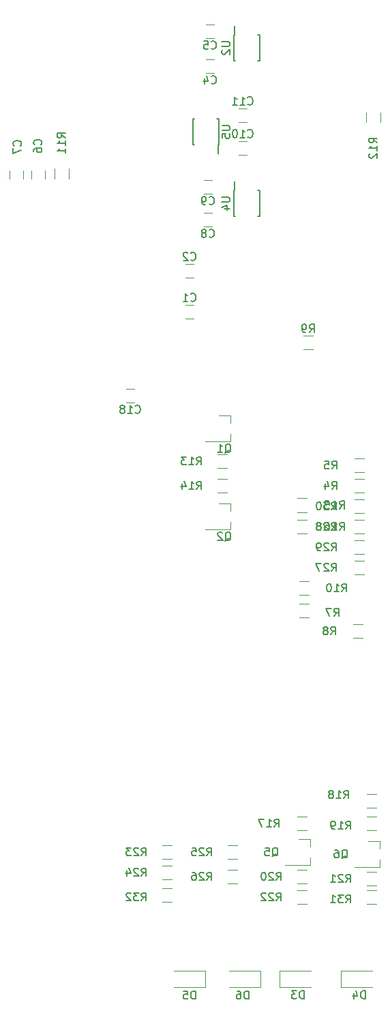
<source format=gbo>
G04 #@! TF.FileFunction,Legend,Bot*
%FSLAX46Y46*%
G04 Gerber Fmt 4.6, Leading zero omitted, Abs format (unit mm)*
G04 Created by KiCad (PCBNEW 4.0.7) date Wednesday, May 09, 2018 'PMt' 10:09:01 PM*
%MOMM*%
%LPD*%
G01*
G04 APERTURE LIST*
%ADD10C,0.100000*%
%ADD11C,0.120000*%
%ADD12C,0.150000*%
G04 APERTURE END LIST*
D10*
D11*
X107958000Y-75604000D02*
X108958000Y-75604000D01*
X108958000Y-77304000D02*
X107958000Y-77304000D01*
X107958000Y-70524000D02*
X108958000Y-70524000D01*
X108958000Y-72224000D02*
X107958000Y-72224000D01*
X111498000Y-46824000D02*
X110498000Y-46824000D01*
X110498000Y-45124000D02*
X111498000Y-45124000D01*
X111498000Y-42506000D02*
X110498000Y-42506000D01*
X110498000Y-40806000D02*
X111498000Y-40806000D01*
X90512000Y-58936000D02*
X90512000Y-59936000D01*
X88812000Y-59936000D02*
X88812000Y-58936000D01*
X87845000Y-58936000D02*
X87845000Y-59936000D01*
X86145000Y-59936000D02*
X86145000Y-58936000D01*
X111244000Y-65874000D02*
X110244000Y-65874000D01*
X110244000Y-64174000D02*
X111244000Y-64174000D01*
X111244000Y-61810000D02*
X110244000Y-61810000D01*
X110244000Y-60110000D02*
X111244000Y-60110000D01*
X114562000Y-55284000D02*
X115562000Y-55284000D01*
X115562000Y-56984000D02*
X114562000Y-56984000D01*
X114562000Y-51220000D02*
X115562000Y-51220000D01*
X115562000Y-52920000D02*
X114562000Y-52920000D01*
X119670000Y-160258000D02*
X119670000Y-158258000D01*
X119670000Y-158258000D02*
X123570000Y-158258000D01*
X119670000Y-160258000D02*
X123570000Y-160258000D01*
X127290000Y-160258000D02*
X127290000Y-158258000D01*
X127290000Y-158258000D02*
X131190000Y-158258000D01*
X127290000Y-160258000D02*
X131190000Y-160258000D01*
X110454000Y-158258000D02*
X110454000Y-160258000D01*
X110454000Y-160258000D02*
X106554000Y-160258000D01*
X110454000Y-158258000D02*
X106554000Y-158258000D01*
X117312000Y-158258000D02*
X117312000Y-160258000D01*
X117312000Y-160258000D02*
X113412000Y-160258000D01*
X117312000Y-158258000D02*
X113412000Y-158258000D01*
X113536000Y-89352000D02*
X113536000Y-90282000D01*
X113536000Y-92512000D02*
X113536000Y-91582000D01*
X113536000Y-92512000D02*
X110376000Y-92512000D01*
X113536000Y-89352000D02*
X112076000Y-89352000D01*
X113536000Y-100274000D02*
X113536000Y-101204000D01*
X113536000Y-103434000D02*
X113536000Y-102504000D01*
X113536000Y-103434000D02*
X110376000Y-103434000D01*
X113536000Y-100274000D02*
X112076000Y-100274000D01*
X123442000Y-141930000D02*
X123442000Y-142860000D01*
X123442000Y-145090000D02*
X123442000Y-144160000D01*
X123442000Y-145090000D02*
X120282000Y-145090000D01*
X123442000Y-141930000D02*
X121982000Y-141930000D01*
X132078000Y-142184000D02*
X132078000Y-143114000D01*
X132078000Y-145344000D02*
X132078000Y-144414000D01*
X132078000Y-145344000D02*
X128918000Y-145344000D01*
X132078000Y-142184000D02*
X130618000Y-142184000D01*
X130140000Y-97164000D02*
X128940000Y-97164000D01*
X128940000Y-98924000D02*
X130140000Y-98924000D01*
X130140000Y-94624000D02*
X128940000Y-94624000D01*
X128940000Y-96384000D02*
X130140000Y-96384000D01*
X122082000Y-114418000D02*
X123282000Y-114418000D01*
X123282000Y-112658000D02*
X122082000Y-112658000D01*
X130013000Y-115198000D02*
X128813000Y-115198000D01*
X128813000Y-116958000D02*
X130013000Y-116958000D01*
X122590000Y-81144000D02*
X123790000Y-81144000D01*
X123790000Y-79384000D02*
X122590000Y-79384000D01*
X122082000Y-111624000D02*
X123282000Y-111624000D01*
X123282000Y-109864000D02*
X122082000Y-109864000D01*
X93463000Y-59909000D02*
X93463000Y-58709000D01*
X91703000Y-58709000D02*
X91703000Y-59909000D01*
X130438000Y-51724000D02*
X130438000Y-52924000D01*
X132198000Y-52924000D02*
X132198000Y-51724000D01*
X113122000Y-94116000D02*
X111922000Y-94116000D01*
X111922000Y-95876000D02*
X113122000Y-95876000D01*
X111922000Y-98924000D02*
X113122000Y-98924000D01*
X113122000Y-97164000D02*
X111922000Y-97164000D01*
X121828000Y-101337000D02*
X123028000Y-101337000D01*
X123028000Y-99577000D02*
X121828000Y-99577000D01*
X121828000Y-104004000D02*
X123028000Y-104004000D01*
X123028000Y-102244000D02*
X121828000Y-102244000D01*
X123028000Y-139074000D02*
X121828000Y-139074000D01*
X121828000Y-140834000D02*
X123028000Y-140834000D01*
X131664000Y-136280000D02*
X130464000Y-136280000D01*
X130464000Y-138040000D02*
X131664000Y-138040000D01*
X131664000Y-139074000D02*
X130464000Y-139074000D01*
X130464000Y-140834000D02*
X131664000Y-140834000D01*
X121828000Y-147438000D02*
X123028000Y-147438000D01*
X123028000Y-145678000D02*
X121828000Y-145678000D01*
X131664000Y-145932000D02*
X130464000Y-145932000D01*
X130464000Y-147692000D02*
X131664000Y-147692000D01*
X121828000Y-149978000D02*
X123028000Y-149978000D01*
X123028000Y-148218000D02*
X121828000Y-148218000D01*
X106264000Y-142630000D02*
X105064000Y-142630000D01*
X105064000Y-144390000D02*
X106264000Y-144390000D01*
X106264000Y-145170000D02*
X105064000Y-145170000D01*
X105064000Y-146930000D02*
X106264000Y-146930000D01*
X114392000Y-142630000D02*
X113192000Y-142630000D01*
X113192000Y-144390000D02*
X114392000Y-144390000D01*
X114392000Y-145678000D02*
X113192000Y-145678000D01*
X113192000Y-147438000D02*
X114392000Y-147438000D01*
X130140000Y-107324000D02*
X128940000Y-107324000D01*
X128940000Y-109084000D02*
X130140000Y-109084000D01*
X130140000Y-102244000D02*
X128940000Y-102244000D01*
X128940000Y-104004000D02*
X130140000Y-104004000D01*
X130140000Y-104784000D02*
X128940000Y-104784000D01*
X128940000Y-106544000D02*
X130140000Y-106544000D01*
X130140000Y-99704000D02*
X128940000Y-99704000D01*
X128940000Y-101464000D02*
X130140000Y-101464000D01*
X130464000Y-149978000D02*
X131664000Y-149978000D01*
X131664000Y-148218000D02*
X130464000Y-148218000D01*
X106264000Y-147964000D02*
X105064000Y-147964000D01*
X105064000Y-149724000D02*
X106264000Y-149724000D01*
D12*
X113945000Y-42063000D02*
X114070000Y-42063000D01*
X113945000Y-45313000D02*
X114170000Y-45313000D01*
X117195000Y-45313000D02*
X116970000Y-45313000D01*
X117195000Y-42063000D02*
X116970000Y-42063000D01*
X113945000Y-42063000D02*
X113945000Y-45313000D01*
X117195000Y-42063000D02*
X117195000Y-45313000D01*
X114070000Y-42063000D02*
X114070000Y-40988000D01*
X113945000Y-61367000D02*
X114070000Y-61367000D01*
X113945000Y-64617000D02*
X114170000Y-64617000D01*
X117195000Y-64617000D02*
X116970000Y-64617000D01*
X117195000Y-61367000D02*
X116970000Y-61367000D01*
X113945000Y-61367000D02*
X113945000Y-64617000D01*
X117195000Y-61367000D02*
X117195000Y-64617000D01*
X114070000Y-61367000D02*
X114070000Y-60292000D01*
X112115000Y-55727000D02*
X111990000Y-55727000D01*
X112115000Y-52477000D02*
X111890000Y-52477000D01*
X108865000Y-52477000D02*
X109090000Y-52477000D01*
X108865000Y-55727000D02*
X109090000Y-55727000D01*
X112115000Y-55727000D02*
X112115000Y-52477000D01*
X108865000Y-55727000D02*
X108865000Y-52477000D01*
X111990000Y-55727000D02*
X111990000Y-56802000D01*
D11*
X101592000Y-87718000D02*
X100592000Y-87718000D01*
X100592000Y-86018000D02*
X101592000Y-86018000D01*
D12*
X108624666Y-75061143D02*
X108672285Y-75108762D01*
X108815142Y-75156381D01*
X108910380Y-75156381D01*
X109053238Y-75108762D01*
X109148476Y-75013524D01*
X109196095Y-74918286D01*
X109243714Y-74727810D01*
X109243714Y-74584952D01*
X109196095Y-74394476D01*
X109148476Y-74299238D01*
X109053238Y-74204000D01*
X108910380Y-74156381D01*
X108815142Y-74156381D01*
X108672285Y-74204000D01*
X108624666Y-74251619D01*
X107672285Y-75156381D02*
X108243714Y-75156381D01*
X107958000Y-75156381D02*
X107958000Y-74156381D01*
X108053238Y-74299238D01*
X108148476Y-74394476D01*
X108243714Y-74442095D01*
X108624666Y-69981143D02*
X108672285Y-70028762D01*
X108815142Y-70076381D01*
X108910380Y-70076381D01*
X109053238Y-70028762D01*
X109148476Y-69933524D01*
X109196095Y-69838286D01*
X109243714Y-69647810D01*
X109243714Y-69504952D01*
X109196095Y-69314476D01*
X109148476Y-69219238D01*
X109053238Y-69124000D01*
X108910380Y-69076381D01*
X108815142Y-69076381D01*
X108672285Y-69124000D01*
X108624666Y-69171619D01*
X108243714Y-69171619D02*
X108196095Y-69124000D01*
X108100857Y-69076381D01*
X107862761Y-69076381D01*
X107767523Y-69124000D01*
X107719904Y-69171619D01*
X107672285Y-69266857D01*
X107672285Y-69362095D01*
X107719904Y-69504952D01*
X108291333Y-70076381D01*
X107672285Y-70076381D01*
X111164666Y-48081143D02*
X111212285Y-48128762D01*
X111355142Y-48176381D01*
X111450380Y-48176381D01*
X111593238Y-48128762D01*
X111688476Y-48033524D01*
X111736095Y-47938286D01*
X111783714Y-47747810D01*
X111783714Y-47604952D01*
X111736095Y-47414476D01*
X111688476Y-47319238D01*
X111593238Y-47224000D01*
X111450380Y-47176381D01*
X111355142Y-47176381D01*
X111212285Y-47224000D01*
X111164666Y-47271619D01*
X110307523Y-47509714D02*
X110307523Y-48176381D01*
X110545619Y-47128762D02*
X110783714Y-47843048D01*
X110164666Y-47843048D01*
X111164666Y-43763143D02*
X111212285Y-43810762D01*
X111355142Y-43858381D01*
X111450380Y-43858381D01*
X111593238Y-43810762D01*
X111688476Y-43715524D01*
X111736095Y-43620286D01*
X111783714Y-43429810D01*
X111783714Y-43286952D01*
X111736095Y-43096476D01*
X111688476Y-43001238D01*
X111593238Y-42906000D01*
X111450380Y-42858381D01*
X111355142Y-42858381D01*
X111212285Y-42906000D01*
X111164666Y-42953619D01*
X110259904Y-42858381D02*
X110736095Y-42858381D01*
X110783714Y-43334571D01*
X110736095Y-43286952D01*
X110640857Y-43239333D01*
X110402761Y-43239333D01*
X110307523Y-43286952D01*
X110259904Y-43334571D01*
X110212285Y-43429810D01*
X110212285Y-43667905D01*
X110259904Y-43763143D01*
X110307523Y-43810762D01*
X110402761Y-43858381D01*
X110640857Y-43858381D01*
X110736095Y-43810762D01*
X110783714Y-43763143D01*
X90019143Y-55713334D02*
X90066762Y-55665715D01*
X90114381Y-55522858D01*
X90114381Y-55427620D01*
X90066762Y-55284762D01*
X89971524Y-55189524D01*
X89876286Y-55141905D01*
X89685810Y-55094286D01*
X89542952Y-55094286D01*
X89352476Y-55141905D01*
X89257238Y-55189524D01*
X89162000Y-55284762D01*
X89114381Y-55427620D01*
X89114381Y-55522858D01*
X89162000Y-55665715D01*
X89209619Y-55713334D01*
X89114381Y-56570477D02*
X89114381Y-56380000D01*
X89162000Y-56284762D01*
X89209619Y-56237143D01*
X89352476Y-56141905D01*
X89542952Y-56094286D01*
X89923905Y-56094286D01*
X90019143Y-56141905D01*
X90066762Y-56189524D01*
X90114381Y-56284762D01*
X90114381Y-56475239D01*
X90066762Y-56570477D01*
X90019143Y-56618096D01*
X89923905Y-56665715D01*
X89685810Y-56665715D01*
X89590571Y-56618096D01*
X89542952Y-56570477D01*
X89495333Y-56475239D01*
X89495333Y-56284762D01*
X89542952Y-56189524D01*
X89590571Y-56141905D01*
X89685810Y-56094286D01*
X87479143Y-55840334D02*
X87526762Y-55792715D01*
X87574381Y-55649858D01*
X87574381Y-55554620D01*
X87526762Y-55411762D01*
X87431524Y-55316524D01*
X87336286Y-55268905D01*
X87145810Y-55221286D01*
X87002952Y-55221286D01*
X86812476Y-55268905D01*
X86717238Y-55316524D01*
X86622000Y-55411762D01*
X86574381Y-55554620D01*
X86574381Y-55649858D01*
X86622000Y-55792715D01*
X86669619Y-55840334D01*
X86574381Y-56173667D02*
X86574381Y-56840334D01*
X87574381Y-56411762D01*
X110910666Y-67131143D02*
X110958285Y-67178762D01*
X111101142Y-67226381D01*
X111196380Y-67226381D01*
X111339238Y-67178762D01*
X111434476Y-67083524D01*
X111482095Y-66988286D01*
X111529714Y-66797810D01*
X111529714Y-66654952D01*
X111482095Y-66464476D01*
X111434476Y-66369238D01*
X111339238Y-66274000D01*
X111196380Y-66226381D01*
X111101142Y-66226381D01*
X110958285Y-66274000D01*
X110910666Y-66321619D01*
X110339238Y-66654952D02*
X110434476Y-66607333D01*
X110482095Y-66559714D01*
X110529714Y-66464476D01*
X110529714Y-66416857D01*
X110482095Y-66321619D01*
X110434476Y-66274000D01*
X110339238Y-66226381D01*
X110148761Y-66226381D01*
X110053523Y-66274000D01*
X110005904Y-66321619D01*
X109958285Y-66416857D01*
X109958285Y-66464476D01*
X110005904Y-66559714D01*
X110053523Y-66607333D01*
X110148761Y-66654952D01*
X110339238Y-66654952D01*
X110434476Y-66702571D01*
X110482095Y-66750190D01*
X110529714Y-66845429D01*
X110529714Y-67035905D01*
X110482095Y-67131143D01*
X110434476Y-67178762D01*
X110339238Y-67226381D01*
X110148761Y-67226381D01*
X110053523Y-67178762D01*
X110005904Y-67131143D01*
X109958285Y-67035905D01*
X109958285Y-66845429D01*
X110005904Y-66750190D01*
X110053523Y-66702571D01*
X110148761Y-66654952D01*
X110910666Y-63067143D02*
X110958285Y-63114762D01*
X111101142Y-63162381D01*
X111196380Y-63162381D01*
X111339238Y-63114762D01*
X111434476Y-63019524D01*
X111482095Y-62924286D01*
X111529714Y-62733810D01*
X111529714Y-62590952D01*
X111482095Y-62400476D01*
X111434476Y-62305238D01*
X111339238Y-62210000D01*
X111196380Y-62162381D01*
X111101142Y-62162381D01*
X110958285Y-62210000D01*
X110910666Y-62257619D01*
X110434476Y-63162381D02*
X110244000Y-63162381D01*
X110148761Y-63114762D01*
X110101142Y-63067143D01*
X110005904Y-62924286D01*
X109958285Y-62733810D01*
X109958285Y-62352857D01*
X110005904Y-62257619D01*
X110053523Y-62210000D01*
X110148761Y-62162381D01*
X110339238Y-62162381D01*
X110434476Y-62210000D01*
X110482095Y-62257619D01*
X110529714Y-62352857D01*
X110529714Y-62590952D01*
X110482095Y-62686190D01*
X110434476Y-62733810D01*
X110339238Y-62781429D01*
X110148761Y-62781429D01*
X110053523Y-62733810D01*
X110005904Y-62686190D01*
X109958285Y-62590952D01*
X115704857Y-54741143D02*
X115752476Y-54788762D01*
X115895333Y-54836381D01*
X115990571Y-54836381D01*
X116133429Y-54788762D01*
X116228667Y-54693524D01*
X116276286Y-54598286D01*
X116323905Y-54407810D01*
X116323905Y-54264952D01*
X116276286Y-54074476D01*
X116228667Y-53979238D01*
X116133429Y-53884000D01*
X115990571Y-53836381D01*
X115895333Y-53836381D01*
X115752476Y-53884000D01*
X115704857Y-53931619D01*
X114752476Y-54836381D02*
X115323905Y-54836381D01*
X115038191Y-54836381D02*
X115038191Y-53836381D01*
X115133429Y-53979238D01*
X115228667Y-54074476D01*
X115323905Y-54122095D01*
X114133429Y-53836381D02*
X114038190Y-53836381D01*
X113942952Y-53884000D01*
X113895333Y-53931619D01*
X113847714Y-54026857D01*
X113800095Y-54217333D01*
X113800095Y-54455429D01*
X113847714Y-54645905D01*
X113895333Y-54741143D01*
X113942952Y-54788762D01*
X114038190Y-54836381D01*
X114133429Y-54836381D01*
X114228667Y-54788762D01*
X114276286Y-54741143D01*
X114323905Y-54645905D01*
X114371524Y-54455429D01*
X114371524Y-54217333D01*
X114323905Y-54026857D01*
X114276286Y-53931619D01*
X114228667Y-53884000D01*
X114133429Y-53836381D01*
X115704857Y-50677143D02*
X115752476Y-50724762D01*
X115895333Y-50772381D01*
X115990571Y-50772381D01*
X116133429Y-50724762D01*
X116228667Y-50629524D01*
X116276286Y-50534286D01*
X116323905Y-50343810D01*
X116323905Y-50200952D01*
X116276286Y-50010476D01*
X116228667Y-49915238D01*
X116133429Y-49820000D01*
X115990571Y-49772381D01*
X115895333Y-49772381D01*
X115752476Y-49820000D01*
X115704857Y-49867619D01*
X114752476Y-50772381D02*
X115323905Y-50772381D01*
X115038191Y-50772381D02*
X115038191Y-49772381D01*
X115133429Y-49915238D01*
X115228667Y-50010476D01*
X115323905Y-50058095D01*
X113800095Y-50772381D02*
X114371524Y-50772381D01*
X114085810Y-50772381D02*
X114085810Y-49772381D01*
X114181048Y-49915238D01*
X114276286Y-50010476D01*
X114371524Y-50058095D01*
X122658095Y-161710381D02*
X122658095Y-160710381D01*
X122420000Y-160710381D01*
X122277142Y-160758000D01*
X122181904Y-160853238D01*
X122134285Y-160948476D01*
X122086666Y-161138952D01*
X122086666Y-161281810D01*
X122134285Y-161472286D01*
X122181904Y-161567524D01*
X122277142Y-161662762D01*
X122420000Y-161710381D01*
X122658095Y-161710381D01*
X121753333Y-160710381D02*
X121134285Y-160710381D01*
X121467619Y-161091333D01*
X121324761Y-161091333D01*
X121229523Y-161138952D01*
X121181904Y-161186571D01*
X121134285Y-161281810D01*
X121134285Y-161519905D01*
X121181904Y-161615143D01*
X121229523Y-161662762D01*
X121324761Y-161710381D01*
X121610476Y-161710381D01*
X121705714Y-161662762D01*
X121753333Y-161615143D01*
X130278095Y-161710381D02*
X130278095Y-160710381D01*
X130040000Y-160710381D01*
X129897142Y-160758000D01*
X129801904Y-160853238D01*
X129754285Y-160948476D01*
X129706666Y-161138952D01*
X129706666Y-161281810D01*
X129754285Y-161472286D01*
X129801904Y-161567524D01*
X129897142Y-161662762D01*
X130040000Y-161710381D01*
X130278095Y-161710381D01*
X128849523Y-161043714D02*
X128849523Y-161710381D01*
X129087619Y-160662762D02*
X129325714Y-161377048D01*
X128706666Y-161377048D01*
X109196095Y-161742381D02*
X109196095Y-160742381D01*
X108958000Y-160742381D01*
X108815142Y-160790000D01*
X108719904Y-160885238D01*
X108672285Y-160980476D01*
X108624666Y-161170952D01*
X108624666Y-161313810D01*
X108672285Y-161504286D01*
X108719904Y-161599524D01*
X108815142Y-161694762D01*
X108958000Y-161742381D01*
X109196095Y-161742381D01*
X107719904Y-160742381D02*
X108196095Y-160742381D01*
X108243714Y-161218571D01*
X108196095Y-161170952D01*
X108100857Y-161123333D01*
X107862761Y-161123333D01*
X107767523Y-161170952D01*
X107719904Y-161218571D01*
X107672285Y-161313810D01*
X107672285Y-161551905D01*
X107719904Y-161647143D01*
X107767523Y-161694762D01*
X107862761Y-161742381D01*
X108100857Y-161742381D01*
X108196095Y-161694762D01*
X108243714Y-161647143D01*
X115800095Y-161742381D02*
X115800095Y-160742381D01*
X115562000Y-160742381D01*
X115419142Y-160790000D01*
X115323904Y-160885238D01*
X115276285Y-160980476D01*
X115228666Y-161170952D01*
X115228666Y-161313810D01*
X115276285Y-161504286D01*
X115323904Y-161599524D01*
X115419142Y-161694762D01*
X115562000Y-161742381D01*
X115800095Y-161742381D01*
X114371523Y-160742381D02*
X114562000Y-160742381D01*
X114657238Y-160790000D01*
X114704857Y-160837619D01*
X114800095Y-160980476D01*
X114847714Y-161170952D01*
X114847714Y-161551905D01*
X114800095Y-161647143D01*
X114752476Y-161694762D01*
X114657238Y-161742381D01*
X114466761Y-161742381D01*
X114371523Y-161694762D01*
X114323904Y-161647143D01*
X114276285Y-161551905D01*
X114276285Y-161313810D01*
X114323904Y-161218571D01*
X114371523Y-161170952D01*
X114466761Y-161123333D01*
X114657238Y-161123333D01*
X114752476Y-161170952D01*
X114800095Y-161218571D01*
X114847714Y-161313810D01*
X112871238Y-93979619D02*
X112966476Y-93932000D01*
X113061714Y-93836762D01*
X113204571Y-93693905D01*
X113299810Y-93646286D01*
X113395048Y-93646286D01*
X113347429Y-93884381D02*
X113442667Y-93836762D01*
X113537905Y-93741524D01*
X113585524Y-93551048D01*
X113585524Y-93217714D01*
X113537905Y-93027238D01*
X113442667Y-92932000D01*
X113347429Y-92884381D01*
X113156952Y-92884381D01*
X113061714Y-92932000D01*
X112966476Y-93027238D01*
X112918857Y-93217714D01*
X112918857Y-93551048D01*
X112966476Y-93741524D01*
X113061714Y-93836762D01*
X113156952Y-93884381D01*
X113347429Y-93884381D01*
X111966476Y-93884381D02*
X112537905Y-93884381D01*
X112252191Y-93884381D02*
X112252191Y-92884381D01*
X112347429Y-93027238D01*
X112442667Y-93122476D01*
X112537905Y-93170095D01*
X112871238Y-104901619D02*
X112966476Y-104854000D01*
X113061714Y-104758762D01*
X113204571Y-104615905D01*
X113299810Y-104568286D01*
X113395048Y-104568286D01*
X113347429Y-104806381D02*
X113442667Y-104758762D01*
X113537905Y-104663524D01*
X113585524Y-104473048D01*
X113585524Y-104139714D01*
X113537905Y-103949238D01*
X113442667Y-103854000D01*
X113347429Y-103806381D01*
X113156952Y-103806381D01*
X113061714Y-103854000D01*
X112966476Y-103949238D01*
X112918857Y-104139714D01*
X112918857Y-104473048D01*
X112966476Y-104663524D01*
X113061714Y-104758762D01*
X113156952Y-104806381D01*
X113347429Y-104806381D01*
X112537905Y-103901619D02*
X112490286Y-103854000D01*
X112395048Y-103806381D01*
X112156952Y-103806381D01*
X112061714Y-103854000D01*
X112014095Y-103901619D01*
X111966476Y-103996857D01*
X111966476Y-104092095D01*
X112014095Y-104234952D01*
X112585524Y-104806381D01*
X111966476Y-104806381D01*
X118713238Y-144057619D02*
X118808476Y-144010000D01*
X118903714Y-143914762D01*
X119046571Y-143771905D01*
X119141810Y-143724286D01*
X119237048Y-143724286D01*
X119189429Y-143962381D02*
X119284667Y-143914762D01*
X119379905Y-143819524D01*
X119427524Y-143629048D01*
X119427524Y-143295714D01*
X119379905Y-143105238D01*
X119284667Y-143010000D01*
X119189429Y-142962381D01*
X118998952Y-142962381D01*
X118903714Y-143010000D01*
X118808476Y-143105238D01*
X118760857Y-143295714D01*
X118760857Y-143629048D01*
X118808476Y-143819524D01*
X118903714Y-143914762D01*
X118998952Y-143962381D01*
X119189429Y-143962381D01*
X117856095Y-142962381D02*
X118332286Y-142962381D01*
X118379905Y-143438571D01*
X118332286Y-143390952D01*
X118237048Y-143343333D01*
X117998952Y-143343333D01*
X117903714Y-143390952D01*
X117856095Y-143438571D01*
X117808476Y-143533810D01*
X117808476Y-143771905D01*
X117856095Y-143867143D01*
X117903714Y-143914762D01*
X117998952Y-143962381D01*
X118237048Y-143962381D01*
X118332286Y-143914762D01*
X118379905Y-143867143D01*
X127349238Y-144311619D02*
X127444476Y-144264000D01*
X127539714Y-144168762D01*
X127682571Y-144025905D01*
X127777810Y-143978286D01*
X127873048Y-143978286D01*
X127825429Y-144216381D02*
X127920667Y-144168762D01*
X128015905Y-144073524D01*
X128063524Y-143883048D01*
X128063524Y-143549714D01*
X128015905Y-143359238D01*
X127920667Y-143264000D01*
X127825429Y-143216381D01*
X127634952Y-143216381D01*
X127539714Y-143264000D01*
X127444476Y-143359238D01*
X127396857Y-143549714D01*
X127396857Y-143883048D01*
X127444476Y-144073524D01*
X127539714Y-144168762D01*
X127634952Y-144216381D01*
X127825429Y-144216381D01*
X126539714Y-143216381D02*
X126730191Y-143216381D01*
X126825429Y-143264000D01*
X126873048Y-143311619D01*
X126968286Y-143454476D01*
X127015905Y-143644952D01*
X127015905Y-144025905D01*
X126968286Y-144121143D01*
X126920667Y-144168762D01*
X126825429Y-144216381D01*
X126634952Y-144216381D01*
X126539714Y-144168762D01*
X126492095Y-144121143D01*
X126444476Y-144025905D01*
X126444476Y-143787810D01*
X126492095Y-143692571D01*
X126539714Y-143644952D01*
X126634952Y-143597333D01*
X126825429Y-143597333D01*
X126920667Y-143644952D01*
X126968286Y-143692571D01*
X127015905Y-143787810D01*
X126150666Y-98496381D02*
X126484000Y-98020190D01*
X126722095Y-98496381D02*
X126722095Y-97496381D01*
X126341142Y-97496381D01*
X126245904Y-97544000D01*
X126198285Y-97591619D01*
X126150666Y-97686857D01*
X126150666Y-97829714D01*
X126198285Y-97924952D01*
X126245904Y-97972571D01*
X126341142Y-98020190D01*
X126722095Y-98020190D01*
X125293523Y-97829714D02*
X125293523Y-98496381D01*
X125531619Y-97448762D02*
X125769714Y-98163048D01*
X125150666Y-98163048D01*
X126150666Y-95956381D02*
X126484000Y-95480190D01*
X126722095Y-95956381D02*
X126722095Y-94956381D01*
X126341142Y-94956381D01*
X126245904Y-95004000D01*
X126198285Y-95051619D01*
X126150666Y-95146857D01*
X126150666Y-95289714D01*
X126198285Y-95384952D01*
X126245904Y-95432571D01*
X126341142Y-95480190D01*
X126722095Y-95480190D01*
X125245904Y-94956381D02*
X125722095Y-94956381D01*
X125769714Y-95432571D01*
X125722095Y-95384952D01*
X125626857Y-95337333D01*
X125388761Y-95337333D01*
X125293523Y-95384952D01*
X125245904Y-95432571D01*
X125198285Y-95527810D01*
X125198285Y-95765905D01*
X125245904Y-95861143D01*
X125293523Y-95908762D01*
X125388761Y-95956381D01*
X125626857Y-95956381D01*
X125722095Y-95908762D01*
X125769714Y-95861143D01*
X126404666Y-114244381D02*
X126738000Y-113768190D01*
X126976095Y-114244381D02*
X126976095Y-113244381D01*
X126595142Y-113244381D01*
X126499904Y-113292000D01*
X126452285Y-113339619D01*
X126404666Y-113434857D01*
X126404666Y-113577714D01*
X126452285Y-113672952D01*
X126499904Y-113720571D01*
X126595142Y-113768190D01*
X126976095Y-113768190D01*
X126071333Y-113244381D02*
X125404666Y-113244381D01*
X125833238Y-114244381D01*
X126023666Y-116530381D02*
X126357000Y-116054190D01*
X126595095Y-116530381D02*
X126595095Y-115530381D01*
X126214142Y-115530381D01*
X126118904Y-115578000D01*
X126071285Y-115625619D01*
X126023666Y-115720857D01*
X126023666Y-115863714D01*
X126071285Y-115958952D01*
X126118904Y-116006571D01*
X126214142Y-116054190D01*
X126595095Y-116054190D01*
X125452238Y-115958952D02*
X125547476Y-115911333D01*
X125595095Y-115863714D01*
X125642714Y-115768476D01*
X125642714Y-115720857D01*
X125595095Y-115625619D01*
X125547476Y-115578000D01*
X125452238Y-115530381D01*
X125261761Y-115530381D01*
X125166523Y-115578000D01*
X125118904Y-115625619D01*
X125071285Y-115720857D01*
X125071285Y-115768476D01*
X125118904Y-115863714D01*
X125166523Y-115911333D01*
X125261761Y-115958952D01*
X125452238Y-115958952D01*
X125547476Y-116006571D01*
X125595095Y-116054190D01*
X125642714Y-116149429D01*
X125642714Y-116339905D01*
X125595095Y-116435143D01*
X125547476Y-116482762D01*
X125452238Y-116530381D01*
X125261761Y-116530381D01*
X125166523Y-116482762D01*
X125118904Y-116435143D01*
X125071285Y-116339905D01*
X125071285Y-116149429D01*
X125118904Y-116054190D01*
X125166523Y-116006571D01*
X125261761Y-115958952D01*
X123356666Y-79016381D02*
X123690000Y-78540190D01*
X123928095Y-79016381D02*
X123928095Y-78016381D01*
X123547142Y-78016381D01*
X123451904Y-78064000D01*
X123404285Y-78111619D01*
X123356666Y-78206857D01*
X123356666Y-78349714D01*
X123404285Y-78444952D01*
X123451904Y-78492571D01*
X123547142Y-78540190D01*
X123928095Y-78540190D01*
X122880476Y-79016381D02*
X122690000Y-79016381D01*
X122594761Y-78968762D01*
X122547142Y-78921143D01*
X122451904Y-78778286D01*
X122404285Y-78587810D01*
X122404285Y-78206857D01*
X122451904Y-78111619D01*
X122499523Y-78064000D01*
X122594761Y-78016381D01*
X122785238Y-78016381D01*
X122880476Y-78064000D01*
X122928095Y-78111619D01*
X122975714Y-78206857D01*
X122975714Y-78444952D01*
X122928095Y-78540190D01*
X122880476Y-78587810D01*
X122785238Y-78635429D01*
X122594761Y-78635429D01*
X122499523Y-78587810D01*
X122451904Y-78540190D01*
X122404285Y-78444952D01*
X127388857Y-111196381D02*
X127722191Y-110720190D01*
X127960286Y-111196381D02*
X127960286Y-110196381D01*
X127579333Y-110196381D01*
X127484095Y-110244000D01*
X127436476Y-110291619D01*
X127388857Y-110386857D01*
X127388857Y-110529714D01*
X127436476Y-110624952D01*
X127484095Y-110672571D01*
X127579333Y-110720190D01*
X127960286Y-110720190D01*
X126436476Y-111196381D02*
X127007905Y-111196381D01*
X126722191Y-111196381D02*
X126722191Y-110196381D01*
X126817429Y-110339238D01*
X126912667Y-110434476D01*
X127007905Y-110482095D01*
X125817429Y-110196381D02*
X125722190Y-110196381D01*
X125626952Y-110244000D01*
X125579333Y-110291619D01*
X125531714Y-110386857D01*
X125484095Y-110577333D01*
X125484095Y-110815429D01*
X125531714Y-111005905D01*
X125579333Y-111101143D01*
X125626952Y-111148762D01*
X125722190Y-111196381D01*
X125817429Y-111196381D01*
X125912667Y-111148762D01*
X125960286Y-111101143D01*
X126007905Y-111005905D01*
X126055524Y-110815429D01*
X126055524Y-110577333D01*
X126007905Y-110386857D01*
X125960286Y-110291619D01*
X125912667Y-110244000D01*
X125817429Y-110196381D01*
X93035381Y-54856143D02*
X92559190Y-54522809D01*
X93035381Y-54284714D02*
X92035381Y-54284714D01*
X92035381Y-54665667D01*
X92083000Y-54760905D01*
X92130619Y-54808524D01*
X92225857Y-54856143D01*
X92368714Y-54856143D01*
X92463952Y-54808524D01*
X92511571Y-54760905D01*
X92559190Y-54665667D01*
X92559190Y-54284714D01*
X93035381Y-55808524D02*
X93035381Y-55237095D01*
X93035381Y-55522809D02*
X92035381Y-55522809D01*
X92178238Y-55427571D01*
X92273476Y-55332333D01*
X92321095Y-55237095D01*
X93035381Y-56760905D02*
X93035381Y-56189476D01*
X93035381Y-56475190D02*
X92035381Y-56475190D01*
X92178238Y-56379952D01*
X92273476Y-56284714D01*
X92321095Y-56189476D01*
X131770381Y-55491143D02*
X131294190Y-55157809D01*
X131770381Y-54919714D02*
X130770381Y-54919714D01*
X130770381Y-55300667D01*
X130818000Y-55395905D01*
X130865619Y-55443524D01*
X130960857Y-55491143D01*
X131103714Y-55491143D01*
X131198952Y-55443524D01*
X131246571Y-55395905D01*
X131294190Y-55300667D01*
X131294190Y-54919714D01*
X131770381Y-56443524D02*
X131770381Y-55872095D01*
X131770381Y-56157809D02*
X130770381Y-56157809D01*
X130913238Y-56062571D01*
X131008476Y-55967333D01*
X131056095Y-55872095D01*
X130865619Y-56824476D02*
X130818000Y-56872095D01*
X130770381Y-56967333D01*
X130770381Y-57205429D01*
X130818000Y-57300667D01*
X130865619Y-57348286D01*
X130960857Y-57395905D01*
X131056095Y-57395905D01*
X131198952Y-57348286D01*
X131770381Y-56776857D01*
X131770381Y-57395905D01*
X109354857Y-95448381D02*
X109688191Y-94972190D01*
X109926286Y-95448381D02*
X109926286Y-94448381D01*
X109545333Y-94448381D01*
X109450095Y-94496000D01*
X109402476Y-94543619D01*
X109354857Y-94638857D01*
X109354857Y-94781714D01*
X109402476Y-94876952D01*
X109450095Y-94924571D01*
X109545333Y-94972190D01*
X109926286Y-94972190D01*
X108402476Y-95448381D02*
X108973905Y-95448381D01*
X108688191Y-95448381D02*
X108688191Y-94448381D01*
X108783429Y-94591238D01*
X108878667Y-94686476D01*
X108973905Y-94734095D01*
X108069143Y-94448381D02*
X107450095Y-94448381D01*
X107783429Y-94829333D01*
X107640571Y-94829333D01*
X107545333Y-94876952D01*
X107497714Y-94924571D01*
X107450095Y-95019810D01*
X107450095Y-95257905D01*
X107497714Y-95353143D01*
X107545333Y-95400762D01*
X107640571Y-95448381D01*
X107926286Y-95448381D01*
X108021524Y-95400762D01*
X108069143Y-95353143D01*
X109354857Y-98496381D02*
X109688191Y-98020190D01*
X109926286Y-98496381D02*
X109926286Y-97496381D01*
X109545333Y-97496381D01*
X109450095Y-97544000D01*
X109402476Y-97591619D01*
X109354857Y-97686857D01*
X109354857Y-97829714D01*
X109402476Y-97924952D01*
X109450095Y-97972571D01*
X109545333Y-98020190D01*
X109926286Y-98020190D01*
X108402476Y-98496381D02*
X108973905Y-98496381D01*
X108688191Y-98496381D02*
X108688191Y-97496381D01*
X108783429Y-97639238D01*
X108878667Y-97734476D01*
X108973905Y-97782095D01*
X107545333Y-97829714D02*
X107545333Y-98496381D01*
X107783429Y-97448762D02*
X108021524Y-98163048D01*
X107402476Y-98163048D01*
X127134857Y-100909381D02*
X127468191Y-100433190D01*
X127706286Y-100909381D02*
X127706286Y-99909381D01*
X127325333Y-99909381D01*
X127230095Y-99957000D01*
X127182476Y-100004619D01*
X127134857Y-100099857D01*
X127134857Y-100242714D01*
X127182476Y-100337952D01*
X127230095Y-100385571D01*
X127325333Y-100433190D01*
X127706286Y-100433190D01*
X126182476Y-100909381D02*
X126753905Y-100909381D01*
X126468191Y-100909381D02*
X126468191Y-99909381D01*
X126563429Y-100052238D01*
X126658667Y-100147476D01*
X126753905Y-100195095D01*
X125277714Y-99909381D02*
X125753905Y-99909381D01*
X125801524Y-100385571D01*
X125753905Y-100337952D01*
X125658667Y-100290333D01*
X125420571Y-100290333D01*
X125325333Y-100337952D01*
X125277714Y-100385571D01*
X125230095Y-100480810D01*
X125230095Y-100718905D01*
X125277714Y-100814143D01*
X125325333Y-100861762D01*
X125420571Y-100909381D01*
X125658667Y-100909381D01*
X125753905Y-100861762D01*
X125801524Y-100814143D01*
X127134857Y-103576381D02*
X127468191Y-103100190D01*
X127706286Y-103576381D02*
X127706286Y-102576381D01*
X127325333Y-102576381D01*
X127230095Y-102624000D01*
X127182476Y-102671619D01*
X127134857Y-102766857D01*
X127134857Y-102909714D01*
X127182476Y-103004952D01*
X127230095Y-103052571D01*
X127325333Y-103100190D01*
X127706286Y-103100190D01*
X126182476Y-103576381D02*
X126753905Y-103576381D01*
X126468191Y-103576381D02*
X126468191Y-102576381D01*
X126563429Y-102719238D01*
X126658667Y-102814476D01*
X126753905Y-102862095D01*
X125325333Y-102576381D02*
X125515810Y-102576381D01*
X125611048Y-102624000D01*
X125658667Y-102671619D01*
X125753905Y-102814476D01*
X125801524Y-103004952D01*
X125801524Y-103385905D01*
X125753905Y-103481143D01*
X125706286Y-103528762D01*
X125611048Y-103576381D01*
X125420571Y-103576381D01*
X125325333Y-103528762D01*
X125277714Y-103481143D01*
X125230095Y-103385905D01*
X125230095Y-103147810D01*
X125277714Y-103052571D01*
X125325333Y-103004952D01*
X125420571Y-102957333D01*
X125611048Y-102957333D01*
X125706286Y-103004952D01*
X125753905Y-103052571D01*
X125801524Y-103147810D01*
X119006857Y-140406381D02*
X119340191Y-139930190D01*
X119578286Y-140406381D02*
X119578286Y-139406381D01*
X119197333Y-139406381D01*
X119102095Y-139454000D01*
X119054476Y-139501619D01*
X119006857Y-139596857D01*
X119006857Y-139739714D01*
X119054476Y-139834952D01*
X119102095Y-139882571D01*
X119197333Y-139930190D01*
X119578286Y-139930190D01*
X118054476Y-140406381D02*
X118625905Y-140406381D01*
X118340191Y-140406381D02*
X118340191Y-139406381D01*
X118435429Y-139549238D01*
X118530667Y-139644476D01*
X118625905Y-139692095D01*
X117721143Y-139406381D02*
X117054476Y-139406381D01*
X117483048Y-140406381D01*
X127642857Y-136850381D02*
X127976191Y-136374190D01*
X128214286Y-136850381D02*
X128214286Y-135850381D01*
X127833333Y-135850381D01*
X127738095Y-135898000D01*
X127690476Y-135945619D01*
X127642857Y-136040857D01*
X127642857Y-136183714D01*
X127690476Y-136278952D01*
X127738095Y-136326571D01*
X127833333Y-136374190D01*
X128214286Y-136374190D01*
X126690476Y-136850381D02*
X127261905Y-136850381D01*
X126976191Y-136850381D02*
X126976191Y-135850381D01*
X127071429Y-135993238D01*
X127166667Y-136088476D01*
X127261905Y-136136095D01*
X126119048Y-136278952D02*
X126214286Y-136231333D01*
X126261905Y-136183714D01*
X126309524Y-136088476D01*
X126309524Y-136040857D01*
X126261905Y-135945619D01*
X126214286Y-135898000D01*
X126119048Y-135850381D01*
X125928571Y-135850381D01*
X125833333Y-135898000D01*
X125785714Y-135945619D01*
X125738095Y-136040857D01*
X125738095Y-136088476D01*
X125785714Y-136183714D01*
X125833333Y-136231333D01*
X125928571Y-136278952D01*
X126119048Y-136278952D01*
X126214286Y-136326571D01*
X126261905Y-136374190D01*
X126309524Y-136469429D01*
X126309524Y-136659905D01*
X126261905Y-136755143D01*
X126214286Y-136802762D01*
X126119048Y-136850381D01*
X125928571Y-136850381D01*
X125833333Y-136802762D01*
X125785714Y-136755143D01*
X125738095Y-136659905D01*
X125738095Y-136469429D01*
X125785714Y-136374190D01*
X125833333Y-136326571D01*
X125928571Y-136278952D01*
X127896857Y-140660381D02*
X128230191Y-140184190D01*
X128468286Y-140660381D02*
X128468286Y-139660381D01*
X128087333Y-139660381D01*
X127992095Y-139708000D01*
X127944476Y-139755619D01*
X127896857Y-139850857D01*
X127896857Y-139993714D01*
X127944476Y-140088952D01*
X127992095Y-140136571D01*
X128087333Y-140184190D01*
X128468286Y-140184190D01*
X126944476Y-140660381D02*
X127515905Y-140660381D01*
X127230191Y-140660381D02*
X127230191Y-139660381D01*
X127325429Y-139803238D01*
X127420667Y-139898476D01*
X127515905Y-139946095D01*
X126468286Y-140660381D02*
X126277810Y-140660381D01*
X126182571Y-140612762D01*
X126134952Y-140565143D01*
X126039714Y-140422286D01*
X125992095Y-140231810D01*
X125992095Y-139850857D01*
X126039714Y-139755619D01*
X126087333Y-139708000D01*
X126182571Y-139660381D01*
X126373048Y-139660381D01*
X126468286Y-139708000D01*
X126515905Y-139755619D01*
X126563524Y-139850857D01*
X126563524Y-140088952D01*
X126515905Y-140184190D01*
X126468286Y-140231810D01*
X126373048Y-140279429D01*
X126182571Y-140279429D01*
X126087333Y-140231810D01*
X126039714Y-140184190D01*
X125992095Y-140088952D01*
X119260857Y-147010381D02*
X119594191Y-146534190D01*
X119832286Y-147010381D02*
X119832286Y-146010381D01*
X119451333Y-146010381D01*
X119356095Y-146058000D01*
X119308476Y-146105619D01*
X119260857Y-146200857D01*
X119260857Y-146343714D01*
X119308476Y-146438952D01*
X119356095Y-146486571D01*
X119451333Y-146534190D01*
X119832286Y-146534190D01*
X118879905Y-146105619D02*
X118832286Y-146058000D01*
X118737048Y-146010381D01*
X118498952Y-146010381D01*
X118403714Y-146058000D01*
X118356095Y-146105619D01*
X118308476Y-146200857D01*
X118308476Y-146296095D01*
X118356095Y-146438952D01*
X118927524Y-147010381D01*
X118308476Y-147010381D01*
X117689429Y-146010381D02*
X117594190Y-146010381D01*
X117498952Y-146058000D01*
X117451333Y-146105619D01*
X117403714Y-146200857D01*
X117356095Y-146391333D01*
X117356095Y-146629429D01*
X117403714Y-146819905D01*
X117451333Y-146915143D01*
X117498952Y-146962762D01*
X117594190Y-147010381D01*
X117689429Y-147010381D01*
X117784667Y-146962762D01*
X117832286Y-146915143D01*
X117879905Y-146819905D01*
X117927524Y-146629429D01*
X117927524Y-146391333D01*
X117879905Y-146200857D01*
X117832286Y-146105619D01*
X117784667Y-146058000D01*
X117689429Y-146010381D01*
X127896857Y-147264381D02*
X128230191Y-146788190D01*
X128468286Y-147264381D02*
X128468286Y-146264381D01*
X128087333Y-146264381D01*
X127992095Y-146312000D01*
X127944476Y-146359619D01*
X127896857Y-146454857D01*
X127896857Y-146597714D01*
X127944476Y-146692952D01*
X127992095Y-146740571D01*
X128087333Y-146788190D01*
X128468286Y-146788190D01*
X127515905Y-146359619D02*
X127468286Y-146312000D01*
X127373048Y-146264381D01*
X127134952Y-146264381D01*
X127039714Y-146312000D01*
X126992095Y-146359619D01*
X126944476Y-146454857D01*
X126944476Y-146550095D01*
X126992095Y-146692952D01*
X127563524Y-147264381D01*
X126944476Y-147264381D01*
X125992095Y-147264381D02*
X126563524Y-147264381D01*
X126277810Y-147264381D02*
X126277810Y-146264381D01*
X126373048Y-146407238D01*
X126468286Y-146502476D01*
X126563524Y-146550095D01*
X119260857Y-149550381D02*
X119594191Y-149074190D01*
X119832286Y-149550381D02*
X119832286Y-148550381D01*
X119451333Y-148550381D01*
X119356095Y-148598000D01*
X119308476Y-148645619D01*
X119260857Y-148740857D01*
X119260857Y-148883714D01*
X119308476Y-148978952D01*
X119356095Y-149026571D01*
X119451333Y-149074190D01*
X119832286Y-149074190D01*
X118879905Y-148645619D02*
X118832286Y-148598000D01*
X118737048Y-148550381D01*
X118498952Y-148550381D01*
X118403714Y-148598000D01*
X118356095Y-148645619D01*
X118308476Y-148740857D01*
X118308476Y-148836095D01*
X118356095Y-148978952D01*
X118927524Y-149550381D01*
X118308476Y-149550381D01*
X117927524Y-148645619D02*
X117879905Y-148598000D01*
X117784667Y-148550381D01*
X117546571Y-148550381D01*
X117451333Y-148598000D01*
X117403714Y-148645619D01*
X117356095Y-148740857D01*
X117356095Y-148836095D01*
X117403714Y-148978952D01*
X117975143Y-149550381D01*
X117356095Y-149550381D01*
X102496857Y-143962381D02*
X102830191Y-143486190D01*
X103068286Y-143962381D02*
X103068286Y-142962381D01*
X102687333Y-142962381D01*
X102592095Y-143010000D01*
X102544476Y-143057619D01*
X102496857Y-143152857D01*
X102496857Y-143295714D01*
X102544476Y-143390952D01*
X102592095Y-143438571D01*
X102687333Y-143486190D01*
X103068286Y-143486190D01*
X102115905Y-143057619D02*
X102068286Y-143010000D01*
X101973048Y-142962381D01*
X101734952Y-142962381D01*
X101639714Y-143010000D01*
X101592095Y-143057619D01*
X101544476Y-143152857D01*
X101544476Y-143248095D01*
X101592095Y-143390952D01*
X102163524Y-143962381D01*
X101544476Y-143962381D01*
X101211143Y-142962381D02*
X100592095Y-142962381D01*
X100925429Y-143343333D01*
X100782571Y-143343333D01*
X100687333Y-143390952D01*
X100639714Y-143438571D01*
X100592095Y-143533810D01*
X100592095Y-143771905D01*
X100639714Y-143867143D01*
X100687333Y-143914762D01*
X100782571Y-143962381D01*
X101068286Y-143962381D01*
X101163524Y-143914762D01*
X101211143Y-143867143D01*
X102496857Y-146502381D02*
X102830191Y-146026190D01*
X103068286Y-146502381D02*
X103068286Y-145502381D01*
X102687333Y-145502381D01*
X102592095Y-145550000D01*
X102544476Y-145597619D01*
X102496857Y-145692857D01*
X102496857Y-145835714D01*
X102544476Y-145930952D01*
X102592095Y-145978571D01*
X102687333Y-146026190D01*
X103068286Y-146026190D01*
X102115905Y-145597619D02*
X102068286Y-145550000D01*
X101973048Y-145502381D01*
X101734952Y-145502381D01*
X101639714Y-145550000D01*
X101592095Y-145597619D01*
X101544476Y-145692857D01*
X101544476Y-145788095D01*
X101592095Y-145930952D01*
X102163524Y-146502381D01*
X101544476Y-146502381D01*
X100687333Y-145835714D02*
X100687333Y-146502381D01*
X100925429Y-145454762D02*
X101163524Y-146169048D01*
X100544476Y-146169048D01*
X110624857Y-143962381D02*
X110958191Y-143486190D01*
X111196286Y-143962381D02*
X111196286Y-142962381D01*
X110815333Y-142962381D01*
X110720095Y-143010000D01*
X110672476Y-143057619D01*
X110624857Y-143152857D01*
X110624857Y-143295714D01*
X110672476Y-143390952D01*
X110720095Y-143438571D01*
X110815333Y-143486190D01*
X111196286Y-143486190D01*
X110243905Y-143057619D02*
X110196286Y-143010000D01*
X110101048Y-142962381D01*
X109862952Y-142962381D01*
X109767714Y-143010000D01*
X109720095Y-143057619D01*
X109672476Y-143152857D01*
X109672476Y-143248095D01*
X109720095Y-143390952D01*
X110291524Y-143962381D01*
X109672476Y-143962381D01*
X108767714Y-142962381D02*
X109243905Y-142962381D01*
X109291524Y-143438571D01*
X109243905Y-143390952D01*
X109148667Y-143343333D01*
X108910571Y-143343333D01*
X108815333Y-143390952D01*
X108767714Y-143438571D01*
X108720095Y-143533810D01*
X108720095Y-143771905D01*
X108767714Y-143867143D01*
X108815333Y-143914762D01*
X108910571Y-143962381D01*
X109148667Y-143962381D01*
X109243905Y-143914762D01*
X109291524Y-143867143D01*
X110624857Y-147010381D02*
X110958191Y-146534190D01*
X111196286Y-147010381D02*
X111196286Y-146010381D01*
X110815333Y-146010381D01*
X110720095Y-146058000D01*
X110672476Y-146105619D01*
X110624857Y-146200857D01*
X110624857Y-146343714D01*
X110672476Y-146438952D01*
X110720095Y-146486571D01*
X110815333Y-146534190D01*
X111196286Y-146534190D01*
X110243905Y-146105619D02*
X110196286Y-146058000D01*
X110101048Y-146010381D01*
X109862952Y-146010381D01*
X109767714Y-146058000D01*
X109720095Y-146105619D01*
X109672476Y-146200857D01*
X109672476Y-146296095D01*
X109720095Y-146438952D01*
X110291524Y-147010381D01*
X109672476Y-147010381D01*
X108815333Y-146010381D02*
X109005810Y-146010381D01*
X109101048Y-146058000D01*
X109148667Y-146105619D01*
X109243905Y-146248476D01*
X109291524Y-146438952D01*
X109291524Y-146819905D01*
X109243905Y-146915143D01*
X109196286Y-146962762D01*
X109101048Y-147010381D01*
X108910571Y-147010381D01*
X108815333Y-146962762D01*
X108767714Y-146915143D01*
X108720095Y-146819905D01*
X108720095Y-146581810D01*
X108767714Y-146486571D01*
X108815333Y-146438952D01*
X108910571Y-146391333D01*
X109101048Y-146391333D01*
X109196286Y-146438952D01*
X109243905Y-146486571D01*
X109291524Y-146581810D01*
X126118857Y-108656381D02*
X126452191Y-108180190D01*
X126690286Y-108656381D02*
X126690286Y-107656381D01*
X126309333Y-107656381D01*
X126214095Y-107704000D01*
X126166476Y-107751619D01*
X126118857Y-107846857D01*
X126118857Y-107989714D01*
X126166476Y-108084952D01*
X126214095Y-108132571D01*
X126309333Y-108180190D01*
X126690286Y-108180190D01*
X125737905Y-107751619D02*
X125690286Y-107704000D01*
X125595048Y-107656381D01*
X125356952Y-107656381D01*
X125261714Y-107704000D01*
X125214095Y-107751619D01*
X125166476Y-107846857D01*
X125166476Y-107942095D01*
X125214095Y-108084952D01*
X125785524Y-108656381D01*
X125166476Y-108656381D01*
X124833143Y-107656381D02*
X124166476Y-107656381D01*
X124595048Y-108656381D01*
X126118857Y-103576381D02*
X126452191Y-103100190D01*
X126690286Y-103576381D02*
X126690286Y-102576381D01*
X126309333Y-102576381D01*
X126214095Y-102624000D01*
X126166476Y-102671619D01*
X126118857Y-102766857D01*
X126118857Y-102909714D01*
X126166476Y-103004952D01*
X126214095Y-103052571D01*
X126309333Y-103100190D01*
X126690286Y-103100190D01*
X125737905Y-102671619D02*
X125690286Y-102624000D01*
X125595048Y-102576381D01*
X125356952Y-102576381D01*
X125261714Y-102624000D01*
X125214095Y-102671619D01*
X125166476Y-102766857D01*
X125166476Y-102862095D01*
X125214095Y-103004952D01*
X125785524Y-103576381D01*
X125166476Y-103576381D01*
X124595048Y-103004952D02*
X124690286Y-102957333D01*
X124737905Y-102909714D01*
X124785524Y-102814476D01*
X124785524Y-102766857D01*
X124737905Y-102671619D01*
X124690286Y-102624000D01*
X124595048Y-102576381D01*
X124404571Y-102576381D01*
X124309333Y-102624000D01*
X124261714Y-102671619D01*
X124214095Y-102766857D01*
X124214095Y-102814476D01*
X124261714Y-102909714D01*
X124309333Y-102957333D01*
X124404571Y-103004952D01*
X124595048Y-103004952D01*
X124690286Y-103052571D01*
X124737905Y-103100190D01*
X124785524Y-103195429D01*
X124785524Y-103385905D01*
X124737905Y-103481143D01*
X124690286Y-103528762D01*
X124595048Y-103576381D01*
X124404571Y-103576381D01*
X124309333Y-103528762D01*
X124261714Y-103481143D01*
X124214095Y-103385905D01*
X124214095Y-103195429D01*
X124261714Y-103100190D01*
X124309333Y-103052571D01*
X124404571Y-103004952D01*
X126118857Y-106116381D02*
X126452191Y-105640190D01*
X126690286Y-106116381D02*
X126690286Y-105116381D01*
X126309333Y-105116381D01*
X126214095Y-105164000D01*
X126166476Y-105211619D01*
X126118857Y-105306857D01*
X126118857Y-105449714D01*
X126166476Y-105544952D01*
X126214095Y-105592571D01*
X126309333Y-105640190D01*
X126690286Y-105640190D01*
X125737905Y-105211619D02*
X125690286Y-105164000D01*
X125595048Y-105116381D01*
X125356952Y-105116381D01*
X125261714Y-105164000D01*
X125214095Y-105211619D01*
X125166476Y-105306857D01*
X125166476Y-105402095D01*
X125214095Y-105544952D01*
X125785524Y-106116381D01*
X125166476Y-106116381D01*
X124690286Y-106116381D02*
X124499810Y-106116381D01*
X124404571Y-106068762D01*
X124356952Y-106021143D01*
X124261714Y-105878286D01*
X124214095Y-105687810D01*
X124214095Y-105306857D01*
X124261714Y-105211619D01*
X124309333Y-105164000D01*
X124404571Y-105116381D01*
X124595048Y-105116381D01*
X124690286Y-105164000D01*
X124737905Y-105211619D01*
X124785524Y-105306857D01*
X124785524Y-105544952D01*
X124737905Y-105640190D01*
X124690286Y-105687810D01*
X124595048Y-105735429D01*
X124404571Y-105735429D01*
X124309333Y-105687810D01*
X124261714Y-105640190D01*
X124214095Y-105544952D01*
X126118857Y-101036381D02*
X126452191Y-100560190D01*
X126690286Y-101036381D02*
X126690286Y-100036381D01*
X126309333Y-100036381D01*
X126214095Y-100084000D01*
X126166476Y-100131619D01*
X126118857Y-100226857D01*
X126118857Y-100369714D01*
X126166476Y-100464952D01*
X126214095Y-100512571D01*
X126309333Y-100560190D01*
X126690286Y-100560190D01*
X125785524Y-100036381D02*
X125166476Y-100036381D01*
X125499810Y-100417333D01*
X125356952Y-100417333D01*
X125261714Y-100464952D01*
X125214095Y-100512571D01*
X125166476Y-100607810D01*
X125166476Y-100845905D01*
X125214095Y-100941143D01*
X125261714Y-100988762D01*
X125356952Y-101036381D01*
X125642667Y-101036381D01*
X125737905Y-100988762D01*
X125785524Y-100941143D01*
X124547429Y-100036381D02*
X124452190Y-100036381D01*
X124356952Y-100084000D01*
X124309333Y-100131619D01*
X124261714Y-100226857D01*
X124214095Y-100417333D01*
X124214095Y-100655429D01*
X124261714Y-100845905D01*
X124309333Y-100941143D01*
X124356952Y-100988762D01*
X124452190Y-101036381D01*
X124547429Y-101036381D01*
X124642667Y-100988762D01*
X124690286Y-100941143D01*
X124737905Y-100845905D01*
X124785524Y-100655429D01*
X124785524Y-100417333D01*
X124737905Y-100226857D01*
X124690286Y-100131619D01*
X124642667Y-100084000D01*
X124547429Y-100036381D01*
X127896857Y-149804381D02*
X128230191Y-149328190D01*
X128468286Y-149804381D02*
X128468286Y-148804381D01*
X128087333Y-148804381D01*
X127992095Y-148852000D01*
X127944476Y-148899619D01*
X127896857Y-148994857D01*
X127896857Y-149137714D01*
X127944476Y-149232952D01*
X127992095Y-149280571D01*
X128087333Y-149328190D01*
X128468286Y-149328190D01*
X127563524Y-148804381D02*
X126944476Y-148804381D01*
X127277810Y-149185333D01*
X127134952Y-149185333D01*
X127039714Y-149232952D01*
X126992095Y-149280571D01*
X126944476Y-149375810D01*
X126944476Y-149613905D01*
X126992095Y-149709143D01*
X127039714Y-149756762D01*
X127134952Y-149804381D01*
X127420667Y-149804381D01*
X127515905Y-149756762D01*
X127563524Y-149709143D01*
X125992095Y-149804381D02*
X126563524Y-149804381D01*
X126277810Y-149804381D02*
X126277810Y-148804381D01*
X126373048Y-148947238D01*
X126468286Y-149042476D01*
X126563524Y-149090095D01*
X102496857Y-149550381D02*
X102830191Y-149074190D01*
X103068286Y-149550381D02*
X103068286Y-148550381D01*
X102687333Y-148550381D01*
X102592095Y-148598000D01*
X102544476Y-148645619D01*
X102496857Y-148740857D01*
X102496857Y-148883714D01*
X102544476Y-148978952D01*
X102592095Y-149026571D01*
X102687333Y-149074190D01*
X103068286Y-149074190D01*
X102163524Y-148550381D02*
X101544476Y-148550381D01*
X101877810Y-148931333D01*
X101734952Y-148931333D01*
X101639714Y-148978952D01*
X101592095Y-149026571D01*
X101544476Y-149121810D01*
X101544476Y-149359905D01*
X101592095Y-149455143D01*
X101639714Y-149502762D01*
X101734952Y-149550381D01*
X102020667Y-149550381D01*
X102115905Y-149502762D01*
X102163524Y-149455143D01*
X101163524Y-148645619D02*
X101115905Y-148598000D01*
X101020667Y-148550381D01*
X100782571Y-148550381D01*
X100687333Y-148598000D01*
X100639714Y-148645619D01*
X100592095Y-148740857D01*
X100592095Y-148836095D01*
X100639714Y-148978952D01*
X101211143Y-149550381D01*
X100592095Y-149550381D01*
X112472381Y-42926095D02*
X113281905Y-42926095D01*
X113377143Y-42973714D01*
X113424762Y-43021333D01*
X113472381Y-43116571D01*
X113472381Y-43307048D01*
X113424762Y-43402286D01*
X113377143Y-43449905D01*
X113281905Y-43497524D01*
X112472381Y-43497524D01*
X112567619Y-43926095D02*
X112520000Y-43973714D01*
X112472381Y-44068952D01*
X112472381Y-44307048D01*
X112520000Y-44402286D01*
X112567619Y-44449905D01*
X112662857Y-44497524D01*
X112758095Y-44497524D01*
X112900952Y-44449905D01*
X113472381Y-43878476D01*
X113472381Y-44497524D01*
X112472381Y-62230095D02*
X113281905Y-62230095D01*
X113377143Y-62277714D01*
X113424762Y-62325333D01*
X113472381Y-62420571D01*
X113472381Y-62611048D01*
X113424762Y-62706286D01*
X113377143Y-62753905D01*
X113281905Y-62801524D01*
X112472381Y-62801524D01*
X112805714Y-63706286D02*
X113472381Y-63706286D01*
X112424762Y-63468190D02*
X113139048Y-63230095D01*
X113139048Y-63849143D01*
X112492381Y-53340095D02*
X113301905Y-53340095D01*
X113397143Y-53387714D01*
X113444762Y-53435333D01*
X113492381Y-53530571D01*
X113492381Y-53721048D01*
X113444762Y-53816286D01*
X113397143Y-53863905D01*
X113301905Y-53911524D01*
X112492381Y-53911524D01*
X112492381Y-54863905D02*
X112492381Y-54387714D01*
X112968571Y-54340095D01*
X112920952Y-54387714D01*
X112873333Y-54482952D01*
X112873333Y-54721048D01*
X112920952Y-54816286D01*
X112968571Y-54863905D01*
X113063810Y-54911524D01*
X113301905Y-54911524D01*
X113397143Y-54863905D01*
X113444762Y-54816286D01*
X113492381Y-54721048D01*
X113492381Y-54482952D01*
X113444762Y-54387714D01*
X113397143Y-54340095D01*
X101734857Y-88975143D02*
X101782476Y-89022762D01*
X101925333Y-89070381D01*
X102020571Y-89070381D01*
X102163429Y-89022762D01*
X102258667Y-88927524D01*
X102306286Y-88832286D01*
X102353905Y-88641810D01*
X102353905Y-88498952D01*
X102306286Y-88308476D01*
X102258667Y-88213238D01*
X102163429Y-88118000D01*
X102020571Y-88070381D01*
X101925333Y-88070381D01*
X101782476Y-88118000D01*
X101734857Y-88165619D01*
X100782476Y-89070381D02*
X101353905Y-89070381D01*
X101068191Y-89070381D02*
X101068191Y-88070381D01*
X101163429Y-88213238D01*
X101258667Y-88308476D01*
X101353905Y-88356095D01*
X100211048Y-88498952D02*
X100306286Y-88451333D01*
X100353905Y-88403714D01*
X100401524Y-88308476D01*
X100401524Y-88260857D01*
X100353905Y-88165619D01*
X100306286Y-88118000D01*
X100211048Y-88070381D01*
X100020571Y-88070381D01*
X99925333Y-88118000D01*
X99877714Y-88165619D01*
X99830095Y-88260857D01*
X99830095Y-88308476D01*
X99877714Y-88403714D01*
X99925333Y-88451333D01*
X100020571Y-88498952D01*
X100211048Y-88498952D01*
X100306286Y-88546571D01*
X100353905Y-88594190D01*
X100401524Y-88689429D01*
X100401524Y-88879905D01*
X100353905Y-88975143D01*
X100306286Y-89022762D01*
X100211048Y-89070381D01*
X100020571Y-89070381D01*
X99925333Y-89022762D01*
X99877714Y-88975143D01*
X99830095Y-88879905D01*
X99830095Y-88689429D01*
X99877714Y-88594190D01*
X99925333Y-88546571D01*
X100020571Y-88498952D01*
M02*

</source>
